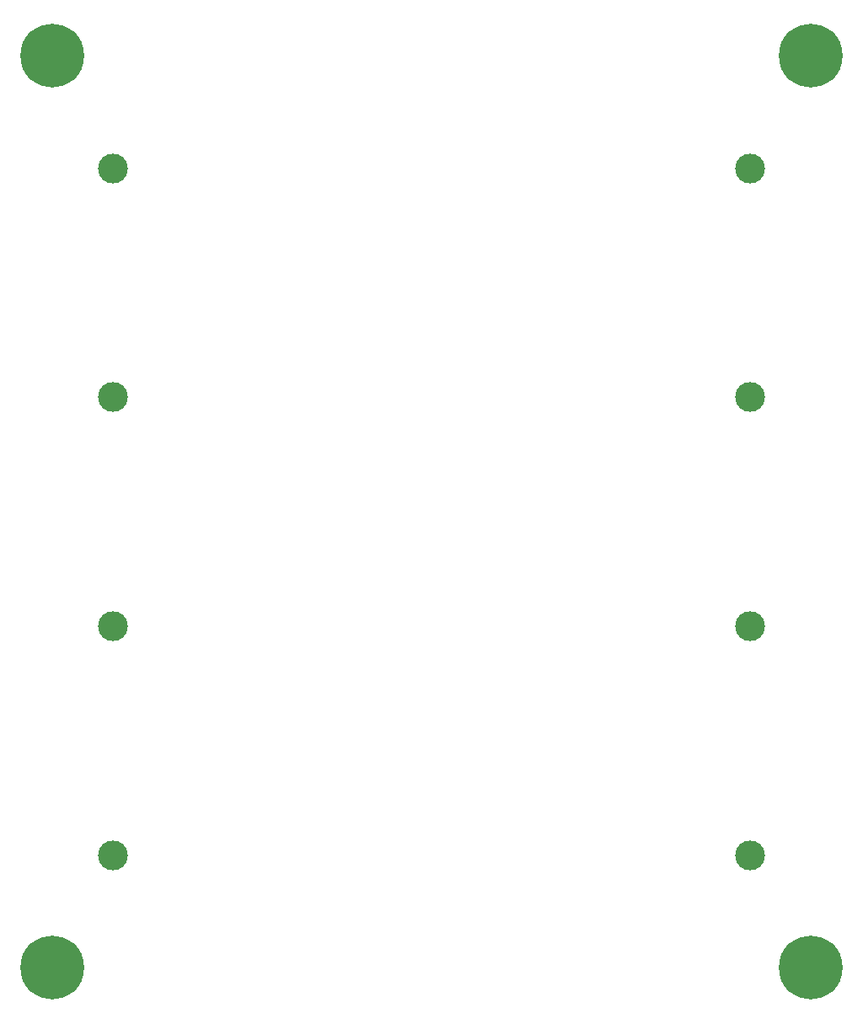
<source format=gbr>
%TF.GenerationSoftware,KiCad,Pcbnew,9.0.0-rc3*%
%TF.CreationDate,2025-06-30T09:22:31-05:00*%
%TF.ProjectId,pv_panel,70765f70-616e-4656-9c2e-6b696361645f,rev?*%
%TF.SameCoordinates,Original*%
%TF.FileFunction,Soldermask,Top*%
%TF.FilePolarity,Negative*%
%FSLAX46Y46*%
G04 Gerber Fmt 4.6, Leading zero omitted, Abs format (unit mm)*
G04 Created by KiCad (PCBNEW 9.0.0-rc3) date 2025-06-30 09:22:31*
%MOMM*%
%LPD*%
G01*
G04 APERTURE LIST*
%ADD10C,3.000000*%
%ADD11C,0.800000*%
%ADD12C,6.400000*%
G04 APERTURE END LIST*
D10*
%TO.C,PV1*%
X178600000Y-53400000D03*
X114600000Y-53400000D03*
%TD*%
%TO.C,PV4*%
X178600000Y-122400000D03*
X114600000Y-122400000D03*
%TD*%
%TO.C,PV3*%
X114600000Y-99400000D03*
X178600000Y-99400000D03*
%TD*%
D11*
%TO.C,H1*%
X106100000Y-42100000D03*
X106802944Y-40402944D03*
X106802944Y-43797056D03*
X108500000Y-39700000D03*
D12*
X108500000Y-42100000D03*
D11*
X108500000Y-44500000D03*
X110197056Y-40402944D03*
X110197056Y-43797056D03*
X110900000Y-42100000D03*
%TD*%
D10*
%TO.C,VP2*%
X178600000Y-76400000D03*
X114600000Y-76400000D03*
%TD*%
D11*
%TO.C,H4*%
X182300000Y-133700000D03*
X183002944Y-132002944D03*
X183002944Y-135397056D03*
X184700000Y-131300000D03*
D12*
X184700000Y-133700000D03*
D11*
X184700000Y-136100000D03*
X186397056Y-132002944D03*
X186397056Y-135397056D03*
X187100000Y-133700000D03*
%TD*%
%TO.C,H3*%
X106100000Y-133700000D03*
X106802944Y-132002944D03*
X106802944Y-135397056D03*
X108500000Y-131300000D03*
D12*
X108500000Y-133700000D03*
D11*
X108500000Y-136100000D03*
X110197056Y-132002944D03*
X110197056Y-135397056D03*
X110900000Y-133700000D03*
%TD*%
%TO.C,H2*%
X182300000Y-42100000D03*
X183002944Y-40402944D03*
X183002944Y-43797056D03*
X184700000Y-39700000D03*
D12*
X184700000Y-42100000D03*
D11*
X184700000Y-44500000D03*
X186397056Y-40402944D03*
X186397056Y-43797056D03*
X187100000Y-42100000D03*
%TD*%
M02*

</source>
